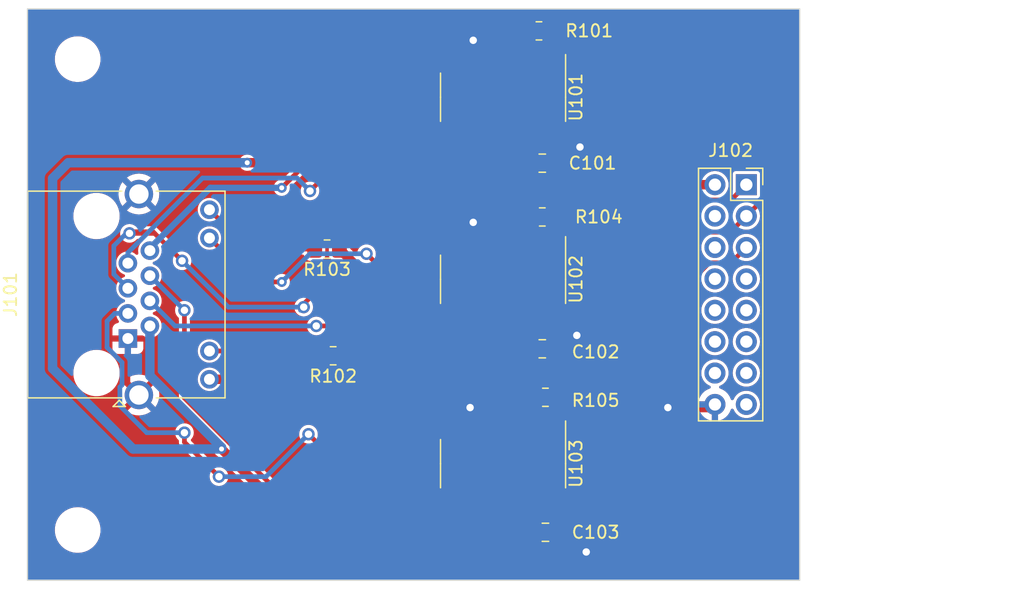
<source format=kicad_pcb>
(kicad_pcb (version 20221018) (generator pcbnew)
  (layers (0 "F.Cu" signal) (31 "B.Cu" signal) (34 "B.Paste" user) (35 "F.Paste" user) (36 "B.SilkS" user "B.Silkscreen") (37 "F.SilkS" user "F.Silkscreen") (38 "B.Mask" user) (39 "F.Mask" user) (44 "Edge.Cuts" user))
  (net 0 "")
  (net 1 "+5V")
  (net 2 "GND")
  (net 3 "i+")
  (net 4 "b+")
  (net 5 "b-")
  (net 6 "i-")
  (net 7 "a+")
  (net 8 "a-")
  (net 9 "Net-(J101-Pad10)")
  (net 10 "Net-(J101-Pad12)")
  (net 11 "B")
  (net 12 "A")
  (net 14 "I")
  (net 16 "test")
  (net 17 "csn")
  (net 19 "clk")
  (net 20 "W")
  (net 21 "mosi")
  (net 22 "v")
  (net 23 "miso")
  (net 24 "u")
  (net 25 "Net-(U101-DE)")
  (net 26 "Net-(U102-DE)")
  (net 27 "Net-(U103-DE)")
  (footprint "Package_SO:SO-16_3.9x9.9mm_P1.27mm" (layer "F.Cu") (at 180.467 49.819 -90)
    (fp_text reference "U101" (at 0 -5.9 90) (layer "F.SilkS"))
    (fp_text value "MAX489E")
    (fp_line (start 0 -5.06) (end -3.45 -5.06) (stroke (width 0.12)) (layer "F.SilkS"))
    (fp_line (start 0 -5.06) (end 1.95 -5.06) (stroke (width 0.12)) (layer "F.SilkS"))
    (fp_line (start 0 5.06) (end -1.95 5.06) (stroke (width 0.12)) (layer "F.SilkS"))
    (fp_line (start 0 5.06) (end 1.95 5.06) (stroke (width 0.12)) (layer "F.SilkS"))
    (pad "1" smd roundrect (at -2.575 -4.445 270) (size 1.75 0.6) (layers "F.Cu" "F.Paste" "F.Mask"))
    (pad "2" smd roundrect (at -2.575 -3.175 270) (size 1.75 0.6) (layers "F.Cu" "F.Paste" "F.Mask"))
    (pad "3" smd roundrect (at -2.575 -1.905 270) (size 1.75 0.6) (layers "F.Cu" "F.Paste" "F.Mask") (net 25 "Net-(U101-DE)"))
    (pad "4" smd roundrect (at -2.575 -0.635 270) (size 1.75 0.6) (layers "F.Cu" "F.Paste" "F.Mask") (net 25 "Net-(U101-DE)"))
    (pad "5" smd roundrect (at -2.575 0.635 270) (size 1.75 0.6) (layers "F.Cu" "F.Paste" "F.Mask") (net 12 "A"))
    (pad "6" smd roundrect (at -2.575 1.905 270) (size 1.75 0.6) (layers "F.Cu" "F.Paste" "F.Mask") (net 2 "GND"))
    (pad "7" smd roundrect (at -2.575 3.175 270) (size 1.75 0.6) (layers "F.Cu" "F.Paste" "F.Mask") (net 2 "GND"))
    (pad "8" smd roundrect (at -2.575 4.445 270) (size 1.75 0.6) (layers "F.Cu" "F.Paste" "F.Mask"))
    (pad "9" smd roundrect (at 2.575 4.445 270) (size 1.75 0.6) (layers "F.Cu" "F.Paste" "F.Mask") (net 7 "a+"))
    (pad "10" smd roundrect (at 2.575 3.175 270) (size 1.75 0.6) (layers "F.Cu" "F.Paste" "F.Mask") (net 8 "a-"))
    (pad "11" smd roundrect (at 2.575 1.905 270) (size 1.75 0.6) (layers "F.Cu" "F.Paste" "F.Mask"))
    (pad "12" smd roundrect (at 2.575 0.635 270) (size 1.75 0.6) (layers "F.Cu" "F.Paste" "F.Mask"))
    (pad "13" smd roundrect (at 2.575 -0.635 270) (size 1.75 0.6) (layers "F.Cu" "F.Paste" "F.Mask"))
    (pad "14" smd roundrect (at 2.575 -1.905 270) (size 1.75 0.6) (layers "F.Cu" "F.Paste" "F.Mask") (net 1 "+5V"))
    (pad "15" smd roundrect (at 2.575 -3.175 270) (size 1.75 0.6) (layers "F.Cu" "F.Paste" "F.Mask"))
    (pad "16" smd roundrect (at 2.575 -4.445 270) (size 1.75 0.6) (layers "F.Cu" "F.Paste" "F.Mask"))
  )
  (footprint "Connector_RJ:RJ45_Amphenol_RJHSE538X" (layer "F.Cu") (at 150.112 69.342 90)
    (fp_text reference "J101" (at 3.56 -9.5 90) (layer "F.SilkS"))
    (fp_text value "RJ45_LED_Shielded")
    (fp_line (start -5.5 -1.2) (end -5 -0.7) (stroke (width 0.12)) (layer "F.SilkS"))
    (fp_line (start -5.5 -0.2) (end -5.5 -1.2) (stroke (width 0.12)) (layer "F.SilkS"))
    (fp_line (start -5 -0.7) (end -5.5 -0.2) (stroke (width 0.12)) (layer "F.SilkS"))
    (fp_line (start -4.805 -8.11) (end -4.805 -0.5) (stroke (width 0.12)) (layer "F.SilkS"))
    (fp_line (start -4.805 -8.11) (end 11.925 -8.11) (stroke (width 0.12)) (layer "F.SilkS"))
    (fp_line (start -4.805 7.86) (end -4.805 2.3) (stroke (width 0.12)) (layer "F.SilkS"))
    (fp_line (start -4.805 7.86) (end 11.925 7.86) (stroke (width 0.12)) (layer "F.SilkS"))
    (fp_line (start 11.925 -8.11) (end 11.925 -0.5) (stroke (width 0.12)) (layer "F.SilkS"))
    (fp_line (start 11.925 7.86) (end 11.925 2.3) (stroke (width 0.12)) (layer "F.SilkS"))
    (pad "" np_thru_hole circle (at -2.79 -2.54 90) (size 3.25 3.25) (drill 3.25) (layers "*.Cu" "*.Mask"))
    (pad "" np_thru_hole circle (at 9.91 -2.54 90) (size 3.25 3.25) (drill 3.25) (layers "*.Cu" "*.Mask"))
    (pad "1" thru_hole rect (at 0 0 90) (size 1.5 1.5) (drill 0.89) (layers "*.Cu" "*.Mask") (net 2 "GND"))
    (pad "2" thru_hole circle (at 1.016 1.78 90) (size 1.5 1.5) (drill 0.89) (layers "*.Cu" "*.Mask") (net 1 "+5V"))
    (pad "3" thru_hole circle (at 2.032 0 90) (size 1.5 1.5) (drill 0.89) (layers "*.Cu" "*.Mask") (net 3 "i+"))
    (pad "4" thru_hole circle (at 3.048 1.78 90) (size 1.5 1.5) (drill 0.89) (layers "*.Cu" "*.Mask") (net 4 "b+"))
    (pad "5" thru_hole circle (at 4.064 0 90) (size 1.5 1.5) (drill 0.89) (layers "*.Cu" "*.Mask") (net 5 "b-"))
    (pad "6" thru_hole circle (at 5.08 1.78 90) (size 1.5 1.5) (drill 0.89) (layers "*.Cu" "*.Mask") (net 6 "i-"))
    (pad "7" thru_hole circle (at 6.096 0 90) (size 1.5 1.5) (drill 0.89) (layers "*.Cu" "*.Mask") (net 7 "a+"))
    (pad "8" thru_hole circle (at 7.112 1.78 90) (size 1.5 1.5) (drill 0.89) (layers "*.Cu" "*.Mask") (net 8 "a-"))
    (pad "9" thru_hole circle (at -3.3 6.6 90) (size 1.5 1.5) (drill 0.89) (layers "*.Cu" "*.Mask") (net 14 "I"))
    (pad "10" thru_hole circle (at -1.01 6.6 90) (size 1.5 1.5) (drill 0.89) (layers "*.Cu" "*.Mask") (net 9 "Net-(J101-Pad10)"))
    (pad "11" thru_hole circle (at 8.13 6.6 90) (size 1.5 1.5) (drill 0.89) (layers "*.Cu" "*.Mask") (net 12 "A"))
    (pad "12" thru_hole circle (at 10.42 6.6 90) (size 1.5 1.5) (drill 0.89) (layers "*.Cu" "*.Mask") (net 10 "Net-(J101-Pad12)"))
    (pad "SH" thru_hole circle (at -4.57 0.89 90) (size 2.3 2.3) (drill 1.57) (layers "*.Cu" "*.Mask") (net 2 "GND"))
    (pad "SH" thru_hole circle (at 11.69 0.89 90) (size 2.3 2.3) (drill 1.57) (layers "*.Cu" "*.Mask") (net 2 "GND"))
  )
  (footprint "Capacitor_SMD:C_0805_2012Metric_Pad1.18x1.45mm_HandSolder" (layer "F.Cu") (at 183.642 70.174)
    (fp_text reference "C102" (at 4.318 0.254) (layer "F.SilkS"))
    (fp_text value "100nf")
    (fp_line (start -0.261252 -0.735) (end 0.261252 -0.735) (stroke (width 0.12)) (layer "F.SilkS"))
    (fp_line (start -0.261252 0.735) (end 0.261252 0.735) (stroke (width 0.12)) (layer "F.SilkS"))
    (pad "1" smd roundrect (at -1.0375 0) (size 1.175 1.45) (layers "F.Cu" "F.Paste" "F.Mask") (roundrect_rratio 0.212766) (net 1 "+5V"))
    (pad "2" smd roundrect (at 1.0375 0) (size 1.175 1.45) (layers "F.Cu" "F.Paste" "F.Mask") (roundrect_rratio 0.212766) (net 2 "GND"))
  )
  (footprint "Resistor_SMD:R_0805_2012Metric_Pad1.20x1.40mm_HandSolder" (layer "F.Cu") (at 166.228 62.103 180)
    (fp_text reference "R103" (at 0 -1.65) (layer "F.SilkS"))
    (fp_text value "10k")
    (fp_line (start -0.227064 -0.735) (end 0.227064 -0.735) (stroke (width 0.12)) (layer "F.SilkS"))
    (fp_line (start -0.227064 0.735) (end 0.227064 0.735) (stroke (width 0.12)) (layer "F.SilkS"))
    (pad "1" smd roundrect (at -1 0 180) (size 1.2 1.4) (layers "F.Cu" "F.Paste" "F.Mask") (roundrect_rratio 0.208333) (net 1 "+5V"))
    (pad "2" smd roundrect (at 1 0 180) (size 1.2 1.4) (layers "F.Cu" "F.Paste" "F.Mask") (roundrect_rratio 0.208333) (net 10 "Net-(J101-Pad12)"))
  )
  (footprint "Resistor_SMD:R_0805_2012Metric_Pad1.20x1.40mm_HandSolder" (layer "F.Cu") (at 166.72 70.739 180)
    (fp_text reference "R102" (at 0 -1.65) (layer "F.SilkS"))
    (fp_text value "10k")
    (fp_line (start -0.227064 -0.735) (end 0.227064 -0.735) (stroke (width 0.12)) (layer "F.SilkS"))
    (fp_line (start -0.227064 0.735) (end 0.227064 0.735) (stroke (width 0.12)) (layer "F.SilkS"))
    (pad "1" smd roundrect (at -1 0 180) (size 1.2 1.4) (layers "F.Cu" "F.Paste" "F.Mask") (roundrect_rratio 0.208333) (net 1 "+5V"))
    (pad "2" smd roundrect (at 1 0 180) (size 1.2 1.4) (layers "F.Cu" "F.Paste" "F.Mask") (roundrect_rratio 0.208333) (net 9 "Net-(J101-Pad10)"))
  )
  (footprint "MountingHole:MountingHole_3.2mm_M3" (layer "F.Cu") (at 146.05 46.736)
    (fp_text reference "REF**" hide)
    (fp_text value "MountingHole_3.2mm_M3" hide)
    (pad "" np_thru_hole circle (at 0 0) (size 3.2 3.2) (drill 3.2) (layers "*.Cu" "*.Mask"))
  )
  (footprint "Resistor_SMD:R_0805_2012Metric_Pad1.20x1.40mm_HandSolder" (layer "F.Cu") (at 183.896 74.098 180)
    (fp_text reference "R105" (at -4.064 -0.254) (layer "F.SilkS"))
    (fp_text value "100")
    (fp_line (start -0.227064 -0.735) (end 0.227064 -0.735) (stroke (width 0.12)) (layer "F.SilkS"))
    (fp_line (start -0.227064 0.735) (end 0.227064 0.735) (stroke (width 0.12)) (layer "F.SilkS"))
    (pad "1" smd roundrect (at -1 0 180) (size 1.2 1.4) (layers "F.Cu" "F.Paste" "F.Mask") (roundrect_rratio 0.208333) (net 1 "+5V"))
    (pad "2" smd roundrect (at 1 0 180) (size 1.2 1.4) (layers "F.Cu" "F.Paste" "F.Mask") (roundrect_rratio 0.208333) (net 27 "Net-(U103-DE)"))
  )
  (footprint "Package_SO:SO-16_3.9x9.9mm_P1.27mm" (layer "F.Cu") (at 180.467 79.467 -90)
    (fp_text reference "U103" (at 0 -5.9 90) (layer "F.SilkS"))
    (fp_text value "MAX489E")
    (fp_line (start 0 -5.06) (end -3.45 -5.06) (stroke (width 0.12)) (layer "F.SilkS"))
    (fp_line (start 0 -5.06) (end 1.95 -5.06) (stroke (width 0.12)) (layer "F.SilkS"))
    (fp_line (start 0 5.06) (end -1.95 5.06) (stroke (width 0.12)) (layer "F.SilkS"))
    (fp_line (start 0 5.06) (end 1.95 5.06) (stroke (width 0.12)) (layer "F.SilkS"))
    (pad "1" smd roundrect (at -2.575 -4.445 270) (size 1.75 0.6) (layers "F.Cu" "F.Paste" "F.Mask"))
    (pad "2" smd roundrect (at -2.575 -3.175 270) (size 1.75 0.6) (layers "F.Cu" "F.Paste" "F.Mask"))
    (pad "3" smd roundrect (at -2.575 -1.905 270) (size 1.75 0.6) (layers "F.Cu" "F.Paste" "F.Mask") (net 27 "Net-(U103-DE)"))
    (pad "4" smd roundrect (at -2.575 -0.635 270) (size 1.75 0.6) (layers "F.Cu" "F.Paste" "F.Mask") (net 27 "Net-(U103-DE)"))
    (pad "5" smd roundrect (at -2.575 0.635 270) (size 1.75 0.6) (layers "F.Cu" "F.Paste" "F.Mask") (net 14 "I"))
    (pad "6" smd roundrect (at -2.575 1.905 270) (size 1.75 0.6) (layers "F.Cu" "F.Paste" "F.Mask") (net 2 "GND"))
    (pad "7" smd roundrect (at -2.575 3.175 270) (size 1.75 0.6) (layers "F.Cu" "F.Paste" "F.Mask") (net 2 "GND"))
    (pad "8" smd roundrect (at -2.575 4.445 270) (size 1.75 0.6) (layers "F.Cu" "F.Paste" "F.Mask"))
    (pad "9" smd roundrect (at 2.575 4.445 270) (size 1.75 0.6) (layers "F.Cu" "F.Paste" "F.Mask") (net 3 "i+"))
    (pad "10" smd roundrect (at 2.575 3.175 270) (size 1.75 0.6) (layers "F.Cu" "F.Paste" "F.Mask") (net 6 "i-"))
    (pad "11" smd roundrect (at 2.575 1.905 270) (size 1.75 0.6) (layers "F.Cu" "F.Paste" "F.Mask"))
    (pad "12" smd roundrect (at 2.575 0.635 270) (size 1.75 0.6) (layers "F.Cu" "F.Paste" "F.Mask"))
    (pad "13" smd roundrect (at 2.575 -0.635 270) (size 1.75 0.6) (layers "F.Cu" "F.Paste" "F.Mask"))
    (pad "14" smd roundrect (at 2.575 -1.905 270) (size 1.75 0.6) (layers "F.Cu" "F.Paste" "F.Mask") (net 1 "+5V"))
    (pad "15" smd roundrect (at 2.575 -3.175 270) (size 1.75 0.6) (layers "F.Cu" "F.Paste" "F.Mask"))
    (pad "16" smd roundrect (at 2.575 -4.445 270) (size 1.75 0.6) (layers "F.Cu" "F.Paste" "F.Mask"))
  )
  (footprint "MountingHole:MountingHole_3.2mm_M3" (layer "F.Cu") (at 146.05 84.836)
    (fp_text reference "REF**" hide)
    (fp_text value "MountingHole_3.2mm_M3" hide)
    (pad "" np_thru_hole circle (at 0 0) (size 3.2 3.2) (drill 3.2) (layers "*.Cu" "*.Mask"))
  )
  (footprint "Package_SO:SO-16_3.9x9.9mm_P1.27mm" (layer "F.Cu") (at 180.467 64.551 -90)
    (fp_text reference "U102" (at 0 -5.9 90) (layer "F.SilkS"))
    (fp_text value "MAX489E")
    (fp_line (start 0 -5.06) (end -3.45 -5.06) (stroke (width 0.12)) (layer "F.SilkS"))
    (fp_line (start 0 -5.06) (end 1.95 -5.06) (stroke (width 0.12)) (layer "F.SilkS"))
    (fp_line (start 0 5.06) (end -1.95 5.06) (stroke (width 0.12)) (layer "F.SilkS"))
    (fp_line (start 0 5.06) (end 1.95 5.06) (stroke (width 0.12)) (layer "F.SilkS"))
    (pad "1" smd roundrect (at -2.575 -4.445 270) (size 1.75 0.6) (layers "F.Cu" "F.Paste" "F.Mask"))
    (pad "2" smd roundrect (at -2.575 -3.175 270) (size 1.75 0.6) (layers "F.Cu" "F.Paste" "F.Mask"))
    (pad "3" smd roundrect (at -2.575 -1.905 270) (size 1.75 0.6) (layers "F.Cu" "F.Paste" "F.Mask") (net 26 "Net-(U102-DE)"))
    (pad "4" smd roundrect (at -2.575 -0.635 270) (size 1.75 0.6) (layers "F.Cu" "F.Paste" "F.Mask") (net 26 "Net-(U102-DE)"))
    (pad "5" smd roundrect (at -2.575 0.635 270) (size 1.75 0.6) (layers "F.Cu" "F.Paste" "F.Mask") (net 11 "B"))
    (pad "6" smd roundrect (at -2.575 1.905 270) (size 1.75 0.6) (layers "F.Cu" "F.Paste" "F.Mask") (net 2 "GND"))
    (pad "7" smd roundrect (at -2.575 3.175 270) (size 1.75 0.6) (layers "F.Cu" "F.Paste" "F.Mask") (net 2 "GND"))
    (pad "8" smd roundrect (at -2.575 4.445 270) (size 1.75 0.6) (layers "F.Cu" "F.Paste" "F.Mask"))
    (pad "9" smd roundrect (at 2.575 4.445 270) (size 1.75 0.6) (layers "F.Cu" "F.Paste" "F.Mask") (net 4 "b+"))
    (pad "10" smd roundrect (at 2.575 3.175 270) (size 1.75 0.6) (layers "F.Cu" "F.Paste" "F.Mask") (net 5 "b-"))
    (pad "11" smd roundrect (at 2.575 1.905 270) (size 1.75 0.6) (layers "F.Cu" "F.Paste" "F.Mask"))
    (pad "12" smd roundrect (at 2.575 0.635 270) (size 1.75 0.6) (layers "F.Cu" "F.Paste" "F.Mask"))
    (pad "13" smd roundrect (at 2.575 -0.635 270) (size 1.75 0.6) (layers "F.Cu" "F.Paste" "F.Mask"))
    (pad "14" smd roundrect (at 2.575 -1.905 270) (size 1.75 0.6) (layers "F.Cu" "F.Paste" "F.Mask") (net 1 "+5V"))
    (pad "15" smd roundrect (at 2.575 -3.175 270) (size 1.75 0.6) (layers "F.Cu" "F.Paste" "F.Mask"))
    (pad "16" smd roundrect (at 2.575 -4.445 270) (size 1.75 0.6) (layers "F.Cu" "F.Paste" "F.Mask"))
  )
  (footprint "Resistor_SMD:R_0805_2012Metric_Pad1.20x1.40mm_HandSolder" (layer "F.Cu") (at 183.642 59.506 180)
    (fp_text reference "R104" (at -4.572 0) (layer "F.SilkS"))
    (fp_text value "100")
    (fp_line (start -0.227064 -0.735) (end 0.227064 -0.735) (stroke (width 0.12)) (layer "F.SilkS"))
    (fp_line (start -0.227064 0.735) (end 0.227064 0.735) (stroke (width 0.12)) (layer "F.SilkS"))
    (pad "1" smd roundrect (at -1 0 180) (size 1.2 1.4) (layers "F.Cu" "F.Paste" "F.Mask") (roundrect_rratio 0.208333) (net 1 "+5V"))
    (pad "2" smd roundrect (at 1 0 180) (size 1.2 1.4) (layers "F.Cu" "F.Paste" "F.Mask") (roundrect_rratio 0.208333) (net 26 "Net-(U102-DE)"))
  )
  (footprint "Capacitor_SMD:C_0805_2012Metric_Pad1.18x1.45mm_HandSolder" (layer "F.Cu") (at 183.896 85.02)
    (fp_text reference "C103" (at 4.064 0) (layer "F.SilkS"))
    (fp_text value "100nf")
    (fp_line (start -0.261252 -0.735) (end 0.261252 -0.735) (stroke (width 0.12)) (layer "F.SilkS"))
    (fp_line (start -0.261252 0.735) (end 0.261252 0.735) (stroke (width 0.12)) (layer "F.SilkS"))
    (pad "1" smd roundrect (at -1.0375 0) (size 1.175 1.45) (layers "F.Cu" "F.Paste" "F.Mask") (roundrect_rratio 0.212766) (net 1 "+5V"))
    (pad "2" smd roundrect (at 1.0375 0) (size 1.175 1.45) (layers "F.Cu" "F.Paste" "F.Mask") (roundrect_rratio 0.212766) (net 2 "GND"))
  )
  (footprint "Resistor_SMD:R_0805_2012Metric_Pad1.20x1.40mm_HandSolder" (layer "F.Cu") (at 183.372 44.45 180)
    (fp_text reference "R101" (at -4.064 0) (layer "F.SilkS"))
    (fp_text value "100")
    (fp_line (start -0.227064 -0.735) (end 0.227064 -0.735) (stroke (width 0.12)) (layer "F.SilkS"))
    (fp_line (start -0.227064 0.735) (end 0.227064 0.735) (stroke (width 0.12)) (layer "F.SilkS"))
    (pad "1" smd roundrect (at -1 0 180) (size 1.2 1.4) (layers "F.Cu" "F.Paste" "F.Mask") (roundrect_rratio 0.208333) (net 1 "+5V"))
    (pad "2" smd roundrect (at 1 0 180) (size 1.2 1.4) (layers "F.Cu" "F.Paste" "F.Mask") (roundrect_rratio 0.208333) (net 25 "Net-(U101-DE)"))
  )
  (footprint "Connector_PinSocket_2.54mm:PinSocket_2x08_P2.54mm_Vertical" (layer "F.Cu") (at 200.152 56.896)
    (fp_text reference "J102" (at -1.27 -2.77) (layer "F.SilkS"))
    (fp_text value "Conn_02x08_Odd_Even")
    (fp_line (start -3.87 -1.33) (end -3.87 19.11) (stroke (width 0.12)) (layer "F.SilkS"))
    (fp_line (start -3.87 -1.33) (end -1.27 -1.33) (stroke (width 0.12)) (layer "F.SilkS"))
    (fp_line (start -3.87 19.11) (end 1.33 19.11) (stroke (width 0.12)) (layer "F.SilkS"))
    (fp_line (start -1.27 -1.33) (end -1.27 1.27) (stroke (width 0.12)) (layer "F.SilkS"))
    (fp_line (start -1.27 1.27) (end 1.33 1.27) (stroke (width 0.12)) (layer "F.SilkS"))
    (fp_line (start 0 -1.33) (end 1.33 -1.33) (stroke (width 0.12)) (layer "F.SilkS"))
    (fp_line (start 1.33 -1.33) (end 1.33 0) (stroke (width 0.12)) (layer "F.SilkS"))
    (fp_line (start 1.33 1.27) (end 1.33 19.11) (stroke (width 0.12)) (layer "F.SilkS"))
    (pad "1" thru_hole rect (at 0 0) (size 1.7 1.7) (drill 1) (layers "*.Cu" "*.Mask") (net 11 "B"))
    (pad "2" thru_hole oval (at -2.54 0) (size 1.7 1.7) (drill 1) (layers "*.Cu" "*.Mask") (net 1 "+5V"))
    (pad "3" thru_hole oval (at 0 2.54) (size 1.7 1.7) (drill 1) (layers "*.Cu" "*.Mask") (net 12 "A"))
    (pad "4" thru_hole oval (at -2.54 2.54) (size 1.7 1.7) (drill 1) (layers "*.Cu" "*.Mask"))
    (pad "5" thru_hole oval (at 0 5.08) (size 1.7 1.7) (drill 1) (layers "*.Cu" "*.Mask") (net 14 "I"))
    (pad "6" thru_hole oval (at -2.54 5.08) (size 1.7 1.7) (drill 1) (layers "*.Cu" "*.Mask"))
    (pad "7" thru_hole oval (at 0 7.62) (size 1.7 1.7) (drill 1) (layers "*.Cu" "*.Mask") (net 16 "test"))
    (pad "8" thru_hole oval (at -2.54 7.62) (size 1.7 1.7) (drill 1) (layers "*.Cu" "*.Mask") (net 17 "csn"))
    (pad "9" thru_hole oval (at 0 10.16) (size 1.7 1.7) (drill 1) (layers "*.Cu" "*.Mask"))
    (pad "10" thru_hole oval (at -2.54 10.16) (size 1.7 1.7) (drill 1) (layers "*.Cu" "*.Mask") (net 19 "clk"))
    (pad "11" thru_hole oval (at 0 12.7) (size 1.7 1.7) (drill 1) (layers "*.Cu" "*.Mask") (net 20 "W"))
    (pad "12" thru_hole oval (at -2.54 12.7) (size 1.7 1.7) (drill 1) (layers "*.Cu" "*.Mask") (net 21 "mosi"))
    (pad "13" thru_hole oval (at 0 15.24) (size 1.7 1.7) (drill 1) (layers "*.Cu" "*.Mask") (net 22 "v"))
    (pad "14" thru_hole oval (at -2.54 15.24) (size 1.7 1.7) (drill 1) (layers "*.Cu" "*.Mask") (net 23 "miso"))
    (pad "15" thru_hole oval (at 0 17.78) (size 1.7 1.7) (drill 1) (layers "*.Cu" "*.Mask") (net 24 "u"))
    (pad "16" thru_hole oval (at -2.54 17.78) (size 1.7 1.7) (drill 1) (layers "*.Cu" "*.Mask") (net 2 "GND"))
  )
  (footprint "Capacitor_SMD:C_0805_2012Metric_Pad1.18x1.45mm_HandSolder" (layer "F.Cu") (at 183.642 55.153)
    (fp_text reference "C101" (at 4.064 0) (layer "F.SilkS"))
    (fp_text value "100nf")
    (fp_line (start -0.261252 -0.735) (end 0.261252 -0.735) (stroke (width 0.12)) (layer "F.SilkS"))
    (fp_line (start -0.261252 0.735) (end 0.261252 0.735) (stroke (width 0.12)) (layer "F.SilkS"))
    (pad "1" smd roundrect (at -1.0375 0) (size 1.175 1.45) (layers "F.Cu" "F.Paste" "F.Mask") (roundrect_rratio 0.212766) (net 1 "+5V"))
    (pad "2" smd roundrect (at 1.0375 0) (size 1.175 1.45) (layers "F.Cu" "F.Paste" "F.Mask") (roundrect_rratio 0.212766) (net 2 "GND"))
  )
  (gr_rect (start 141.986 42.672) (end 204.47 88.9) (stroke (width 0.1)) (fill none) (layer "Edge.Cuts"))
  (segment (start 176.341566 64.2525) (end 169.3775 64.2525) (width 0.762) (layer "F.Cu") (net 1))
  (segment (start 172.466 50.357) (end 172.466 48.89121) (width 0.762) (layer "F.Cu") (net 1))
  (segment (start 180.97379 50.357) (end 182.372 51.75521) (width 0.762) (layer "F.Cu") (net 1))
  (segment (start 182.8585 85.02) (end 182.372 84.5335) (width 0.762) (layer "F.Cu") (net 1))
  (segment (start 169.3775 64.2525) (end 167.228 62.103) (width 0.762) (layer "F.Cu") (net 1))
  (segment (start 182.6045 52.6265) (end 182.372 52.394) (width 0.762) (layer "F.Cu") (net 1))
  (segment (start 184.896 74.098) (end 184.896 72.4655) (width 0.508) (layer "F.Cu") (net 1))
  (segment (start 183.091 43.169) (end 184.372 44.45) (width 0.762) (layer "F.Cu") (net 1))
  (segment (start 164.719 51.689) (end 166.051 50.357) (width 0.762) (layer "F.Cu") (net 1))
  (segment (start 182.6045 55.153) (end 180.813 55.153) (width 0.762) (layer "F.Cu") (net 1))
  (segment (start 168.656 57.912) (end 167.228 59.34) (width 0.762) (layer "F.Cu") (net 1))
  (segment (start 184.642 59.506) (end 184.642 57.1905) (width 0.762) (layer "F.Cu") (net 1))
  (segment (start 181.55479 65.67) (end 177.916 65.67) (width 0.762) (layer "F.Cu") (net 1))
  (segment (start 166.051 50.357) (end 172.466 50.357) (width 0.762) (layer "F.Cu") (net 1))
  (segment (start 177.837533 65.748467) (end 176.341566 64.2525) (width 0.762) (layer "F.Cu") (net 1))
  (segment (start 177.916 65.67) (end 177.837533 65.748467) (width 0.762) (layer "F.Cu") (net 1))
  (segment (start 178.054 57.912) (end 168.656 57.912) (width 0.762) (layer "F.Cu") (net 1))
  (segment (start 172.466 48.89121) (end 178.18821 43.169) (width 0.762) (layer "F.Cu") (net 1))
  (segment (start 182.372 66.48721) (end 181.55479 65.67) (width 0.762) (layer "F.Cu") (net 1))
  (segment (start 184.896 72.4655) (end 182.6045 70.174) (width 0.508) (layer "F.Cu") (net 1))
  (segment (start 182.372 67.126) (end 182.372 69.9415) (width 0.508) (layer "F.Cu") (net 1))
  (segment (start 164.429271 85.02) (end 182.8585 85.02) (width 0.762) (layer "F.Cu") (net 1))
  (segment (start 182.372 67.126) (end 182.372 66.48721) (width 0.762) (layer "F.Cu") (net 1))
  (segment (start 183.99475 56.54325) (end 184.3475 56.896) (width 0.762) (layer "F.Cu") (net 1))
  (segment (start 184.3475 56.896) (end 197.612 56.896) (width 0.762) (layer "F.Cu") (net 1))
  (segment (start 182.6045 55.153) (end 182.6045 55.5505) (width 0.762) (layer "F.Cu") (net 1))
  (segment (start 157.690441 78.28117) (end 164.429271 85.02) (width 0.762) (layer "F.Cu") (net 1))
  (segment (start 184.642 57.1905) (end 183.99475 56.54325) (width 0.762) (layer "F.Cu") (net 1))
  (segment (start 182.372 51.75521) (end 182.372 52.394) (width 0.762) (layer "F.Cu") (net 1))
  (segment (start 182.0395 70.739) (end 167.72 70.739) (width 0.508) (layer "F.Cu") (net 1))
  (segment (start 182.372 84.5335) (end 182.372 82.042) (width 0.762) (layer "F.Cu") (net 1))
  (segment (start 161.29 55.118) (end 164.719 51.689) (width 0.762) (layer "F.Cu") (net 1))
  (segment (start 180.813 55.153) (end 178.054 57.912) (width 0.762) (layer "F.Cu") (net 1))
  (segment (start 182.6045 55.153) (end 183.99475 56.54325) (width 0.762) (layer "F.Cu") (net 1))
  (segment (start 167.228 59.34) (end 167.228 62.103) (width 0.762) (layer "F.Cu") (net 1))
  (segment (start 182.6045 55.153) (end 182.6045 52.6265) (width 0.762) (layer "F.Cu") (net 1))
  (segment (start 161.29 55.118) (end 159.766 55.118) (width 0.762) (layer "F.Cu") (net 1))
  (segment (start 178.18821 43.169) (end 183.091 43.169) (width 0.762) (layer "F.Cu") (net 1))
  (segment (start 182.372 69.9415) (end 182.6045 70.174) (width 0.508) (layer "F.Cu") (net 1))
  (segment (start 182.6045 70.174) (end 182.0395 70.739) (width 0.508) (layer "F.Cu") (net 1))
  (segment (start 172.466 50.357) (end 180.97379 50.357) (width 0.762) (layer "F.Cu") (net 1))
  (via (at 159.766 55.118) (size 0.8) (drill 0.4) (layers "F.Cu" "B.Cu") (net 1))
  (via (at 157.690441 78.28117) (size 0.8) (drill 0.4) (layers "F.Cu" "B.Cu") (net 1))
  (segment (start 150.530704 78.28117) (end 157.690441 78.28117) (width 0.762) (layer "B.Cu") (net 1))
  (segment (start 144.018 71.768466) (end 150.530704 78.28117) (width 0.762) (layer "B.Cu") (net 1))
  (segment (start 144.018 56.388) (end 144.018 71.768466) (width 0.762) (layer "B.Cu") (net 1))
  (segment (start 157.690441 78.152437) (end 151.892 72.353996) (width 0.762) (layer "B.Cu") (net 1))
  (segment (start 151.892 72.353996) (end 151.892 68.326) (width 0.762) (layer "B.Cu") (net 1))
  (segment (start 157.690441 78.28117) (end 157.690441 78.152437) (width 0.762) (layer "B.Cu") (net 1))
  (segment (start 145.288 55.118) (end 144.018 56.388) (width 0.762) (layer "B.Cu") (net 1))
  (segment (start 159.766 55.118) (end 145.288 55.118) (width 0.762) (layer "B.Cu") (net 1))
  (segment (start 177.292 76.892) (end 177.292 75.438) (width 0.762) (layer "F.Cu") (net 2))
  (segment (start 178.562 76.892) (end 177.292 76.892) (width 0.762) (layer "F.Cu") (net 2))
  (segment (start 186.5275 86.614) (end 184.9335 85.02) (width 0.762) (layer "F.Cu") (net 2))
  (segment (start 150.112 73.022) (end 151.002 73.912) (width 0.381) (layer "F.Cu") (net 2))
  (segment (start 184.6795 55.153) (end 185.385 55.153) (width 0.762) (layer "F.Cu") (net 2))
  (segment (start 177.292 75.438) (end 177.8 74.93) (width 0.762) (layer "F.Cu") (net 2))
  (segment (start 184.6795 70.174) (end 185.35 70.174) (width 0.762) (layer "F.Cu") (net 2))
  (segment (start 187.198 86.614) (end 186.5275 86.614) (width 0.762) (layer "F.Cu") (net 2))
  (segment (start 178.562 61.976) (end 177.292 61.976) (width 0.762) (layer "F.Cu") (net 2))
  (segment (start 177.8 45.466) (end 178.054 45.212) (width 0.762) (layer "F.Cu") (net 2))
  (segment (start 193.802 74.93) (end 197.358 74.93) (width 0.762) (layer "F.Cu") (net 2))
  (segment (start 178.562 47.244) (end 177.8 47.244) (width 0.762) (layer "F.Cu") (net 2))
  (segment (start 177.8 47.244) (end 177.8 45.466) (width 0.762) (layer "F.Cu") (net 2))
  (segment (start 185.35 70.174) (end 186.436 69.088) (width 0.762) (layer "F.Cu") (net 2))
  (segment (start 177.8 47.244) (end 177.292 47.244) (width 0.762) (layer "F.Cu") (net 2))
  (segment (start 178.054 59.944) (end 178.054 61.468) (width 0.762) (layer "F.Cu") (net 2))
  (segment (start 150.112 69.342) (end 150.112 73.022) (width 0.381) (layer "F.Cu") (net 2))
  (segment (start 178.054 61.468) (end 178.562 61.976) (width 0.762) (layer "F.Cu") (net 2))
  (segment (start 197.358 74.93) (end 197.612 74.676) (width 0.762) (layer "F.Cu") (net 2))
  (segment (start 185.385 55.153) (end 186.69 53.848) (width 0.762) (layer "F.Cu") (net 2))
  (via (at 187.198 86.614) (size 1) (drill 0.6) (layers "F.Cu" "B.Cu") (net 2))
  (via (at 186.69 53.848) (size 1) (drill 0.6) (layers "F.Cu" "B.Cu") (net 2))
  (via (at 193.802 74.93) (size 1) (drill 0.6) (layers "F.Cu" "B.Cu") (net 2))
  (via (at 177.8 74.93) (size 1) (drill 0.6) (layers "F.Cu" "B.Cu") (net 2))
  (via (at 178.054 59.944) (size 1) (drill 0.6) (layers "F.Cu" "B.Cu") (net 2))
  (via (at 178.054 45.212) (size 1) (drill 0.6) (layers "F.Cu" "B.Cu") (net 2))
  (via (at 186.436 69.088) (size 1) (drill 0.6) (layers "F.Cu" "B.Cu") (net 2))
  (segment (start 164.723762 77.084238) (end 169.681525 82.042) (width 0.381) (layer "F.Cu") (net 3))
  (segment (start 154.686 77.724) (end 157.48 80.518) (width 0.381) (layer "F.Cu") (net 3))
  (segment (start 169.681525 82.042) (end 176.022 82.042) (width 0.381) (layer "F.Cu") (net 3))
  (segment (start 154.686 76.962) (end 154.686 77.724) (width 0.381) (layer "F.Cu") (net 3))
  (via (at 157.48 80.518) (size 1) (drill 0.6) (layers "F.Cu" "B.Cu") (net 3))
  (via (at 164.723762 77.084238) (size 1) (drill 0.6) (layers "F.Cu" "B.Cu") (net 3))
  (via (at 154.686 76.962) (size 1) (drill 0.6) (layers "F.Cu" "B.Cu") (net 3))
  (segment (start 150.112 67.31) (end 149.05134 67.31) (width 0.381) (layer "B.Cu") (net 3))
  (segment (start 157.48 80.518) (end 161.29 80.518) (width 0.381) (layer "B.Cu") (net 3))
  (segment (start 149.4615 73.273904) (end 149.4615 74.7855) (width 0.381) (layer "B.Cu") (net 3))
  (segment (start 149.4615 74.7855) (end 151.638 76.962) (width 0.381) (layer "B.Cu") (net 3))
  (segment (start 149.6375 73.097904) (end 149.4615 73.273904) (width 0.381) (layer "B.Cu") (net 3))
  (segment (start 148.427558 67.933782) (end 148.427558 70.0665) (width 0.381) (layer "B.Cu") (net 3))
  (segment (start 151.638 76.962) (end 154.686 76.962) (width 0.381) (layer "B.Cu") (net 3))
  (segment (start 149.6375 71.276442) (end 149.6375 73.097904) (width 0.381) (layer "B.Cu") (net 3))
  (segment (start 148.427558 70.0665) (end 149.6375 71.276442) (width 0.381) (layer "B.Cu") (net 3))
  (segment (start 149.05134 67.31) (end 148.427558 67.933782) (width 0.381) (layer "B.Cu") (net 3))
  (segment (start 161.29 80.518) (end 164.723762 77.084238) (width 0.381) (layer "B.Cu") (net 3))
  (segment (start 165.354 68.326) (end 174.822 68.326) (width 0.381) (layer "F.Cu") (net 4))
  (segment (start 174.822 68.326) (end 176.022 67.126) (width 0.381) (layer "F.Cu") (net 4))
  (via (at 165.354 68.326) (size 1) (drill 0.6) (layers "F.Cu" "B.Cu") (net 4))
  (segment (start 153.924 68.326) (end 165.354 68.326) (width 0.381) (layer "B.Cu") (net 4))
  (segment (start 151.892 66.294) (end 153.924 68.326) (width 0.381) (layer "B.Cu") (net 4))
  (segment (start 164.338 66.548) (end 165.862 65.024) (width 0.381) (layer "F.Cu") (net 5))
  (segment (start 177.292 66.294) (end 177.292 67.126) (width 0.381) (layer "F.Cu") (net 5))
  (segment (start 150.241 60.833) (end 152.273 60.833) (width 0.381) (layer "F.Cu") (net 5))
  (segment (start 176.022 65.024) (end 177.292 66.294) (width 0.381) (layer "F.Cu") (net 5))
  (segment (start 152.146 60.706) (end 154.4955 63.0555) (width 0.381) (layer "F.Cu") (net 5))
  (segment (start 164.338 66.802) (end 164.338 66.548) (width 0.381) (layer "F.Cu") (net 5))
  (segment (start 165.862 65.024) (end 176.022 65.024) (width 0.381) (layer "F.Cu") (net 5))
  (segment (start 150.114 60.706) (end 152.146 60.706) (width 0.381) (layer "F.Cu") (net 5))
  (via (at 154.4955 63.0555) (size 1) (drill 0.6) (layers "F.Cu" "B.Cu") (net 5))
  (via (at 164.338 66.802) (size 1) (drill 0.6) (layers "F.Cu" "B.Cu") (net 5))
  (via (at 150.241 60.833) (size 1) (drill 0.6) (layers "F.Cu" "B.Cu") (net 5))
  (segment (start 148.9715 64.1375) (end 148.9715 61.8485) (width 0.381) (layer "B.Cu") (net 5))
  (segment (start 164.084 67.056) (end 164.338 66.802) (width 0.381) (layer "B.Cu") (net 5))
  (segment (start 158.242 66.802) (end 164.338 66.802) (width 0.381) (layer "B.Cu") (net 5))
  (segment (start 150.112 65.278) (end 148.9715 64.1375) (width 0.381) (layer "B.Cu") (net 5))
  (segment (start 148.9715 61.8485) (end 150.114 60.706) (width 0.381) (layer "B.Cu") (net 5))
  (segment (start 154.4955 63.0555) (end 158.242 66.802) (width 0.381) (layer "B.Cu") (net 5))
  (segment (start 154.686 74.158793) (end 159.766 79.238793) (width 0.381) (layer "F.Cu") (net 6))
  (segment (start 176.391382 83.312) (end 177.292 82.411382) (width 0.381) (layer "F.Cu") (net 6))
  (segment (start 163.83 83.312) (end 176.391382 83.312) (width 0.381) (layer "F.Cu") (net 6))
  (segment (start 159.766 79.238793) (end 159.766 79.248) (width 0.381) (layer "F.Cu") (net 6))
  (segment (start 159.766 79.248) (end 163.83 83.312) (width 0.381) (layer "F.Cu") (net 6))
  (segment (start 177.292 82.411382) (end 177.292 82.042) (width 0.381) (layer "F.Cu") (net 6))
  (segment (start 159.693 79.175) (end 159.766 79.248) (width 0.381) (layer "F.Cu") (net 6))
  (segment (start 154.686 67.056) (end 154.686 74.158793) (width 0.381) (layer "F.Cu") (net 6))
  (via (at 154.686 67.056) (size 1) (drill 0.6) (layers "F.Cu" "B.Cu") (net 6))
  (segment (start 151.892 64.262) (end 154.686 67.056) (width 0.381) (layer "B.Cu") (net 6))
  (segment (start 169.856 52.394) (end 176.022 52.394) (width 0.381) (layer "F.Cu") (net 7))
  (segment (start 164.846 57.404) (end 169.856 52.394) (width 0.381) (layer "F.Cu") (net 7))
  (via (at 164.846 57.404) (size 1) (drill 0.6) (layers "F.Cu" "B.Cu") (net 7))
  (segment (start 150.112 62.397089) (end 156.149589 56.3595) (width 0.381) (layer "B.Cu") (net 7))
  (segment (start 156.149589 56.3595) (end 163.8015 56.3595) (width 0.381) (layer "B.Cu") (net 7))
  (segment (start 163.8015 56.3595) (end 164.846 57.404) (width 0.381) (layer "B.Cu") (net 7))
  (segment (start 150.112 63.246) (end 150.112 62.397089) (width 0.381) (layer "B.Cu") (net 7))
  (segment (start 176.395882 51.1285) (end 177.292 52.024618) (width 0.381) (layer "F.Cu") (net 8))
  (segment (start 177.292 52.024618) (end 177.292 52.394) (width 0.381) (layer "F.Cu") (net 8))
  (segment (start 168.5815 51.1285) (end 176.395882 51.1285) (width 0.381) (layer "F.Cu") (net 8))
  (segment (start 162.56 57.15) (end 168.5815 51.1285) (width 0.381) (layer "F.Cu") (net 8))
  (via (at 162.56 57.15) (size 0.8) (drill 0.4) (layers "F.Cu" "B.Cu") (net 8))
  (segment (start 156.781286 57.15) (end 162.56 57.15) (width 0.508) (layer "B.Cu") (net 8))
  (segment (start 151.892 62.039286) (end 156.781286 57.15) (width 0.508) (layer "B.Cu") (net 8))
  (segment (start 151.892 62.23) (end 151.892 62.039286) (width 0.508) (layer "B.Cu") (net 8))
  (segment (start 165.597 70.616) (end 165.72 70.739) (width 0.381) (layer "F.Cu") (net 9))
  (segment (start 163.068 70.616) (end 165.597 70.616) (width 0.381) (layer "F.Cu") (net 9))
  (segment (start 162.804 70.352) (end 156.712 70.352) (width 0.381) (layer "F.Cu") (net 9))
  (segment (start 162.564 70.616) (end 163.068 70.616) (width 0.381) (layer "F.Cu") (net 9))
  (segment (start 163.068 70.616) (end 162.804 70.352) (width 0.381) (layer "F.Cu") (net 9))
  (segment (start 156.712 58.922) (end 159.893 62.103) (width 0.381) (layer "F.Cu") (net 10))
  (segment (start 165.105 62.226) (end 165.228 62.103) (width 0.381) (layer "F.Cu") (net 10))
  (segment (start 159.893 62.103) (end 165.228 62.103) (width 0.381) (layer "F.Cu") (net 10))
  (segment (start 198.9115 58.1365) (end 193.0695 58.1365) (width 0.381) (layer "F.Cu") (net 11))
  (segment (start 200.152 56.896) (end 198.9115 58.1365) (width 0.381) (layer "F.Cu") (net 11))
  (segment (start 187.452 63.754) (end 179.832 63.754) (width 0.381) (layer "F.Cu") (net 11))
  (segment (start 179.832 63.754) (end 179.832 61.976) (width 0.381) (layer "F.Cu") (net 11))
  (segment (start 193.0695 58.1365) (end 187.452 63.754) (width 0.381) (layer "F.Cu") (net 11))
  (segment (start 187.252 64.8985) (end 178.078632 64.8985) (width 0.381) (layer "F.Cu") (net 12))
  (segment (start 160.266 64.766) (end 162.564 64.766) (width 0.381) (layer "F.Cu") (net 12))
  (segment (start 200.152 59.436) (end 198.8525 60.7355) (width 0.381) (layer "F.Cu") (net 12))
  (segment (start 179.832 47.613382) (end 183.347118 51.1285) (width 0.381) (layer "F.Cu") (net 12))
  (segment (start 197.1785 51.1285) (end 201.93 55.88) (width 0.381) (layer "F.Cu") (net 12))
  (segment (start 179.832 47.613382) (end 179.832 47.244) (width 0.381) (layer "F.Cu") (net 12))
  (segment (start 183.347118 51.1285) (end 197.1785 51.1285) (width 0.381) (layer "F.Cu") (net 12))
  (segment (start 201.93 55.88) (end 201.93 57.658) (width 0.381) (layer "F.Cu") (net 12))
  (segment (start 198.8525 60.7355) (end 191.415 60.7355) (width 0.381) (layer "F.Cu") (net 12))
  (segment (start 178.078632 64.8985) (end 176.426132 63.246) (width 0.381) (layer "F.Cu") (net 12))
  (segment (start 170.18 63.246) (end 169.418 62.484) (width 0.381) (layer "F.Cu") (net 12))
  (segment (start 156.712 61.212) (end 160.266 64.766) (width 0.381) (layer "F.Cu") (net 12))
  (segment (start 191.415 60.7355) (end 187.252 64.8985) (width 0.381) (layer "F.Cu") (net 12))
  (segment (start 176.426132 63.246) (end 170.18 63.246) (width 0.381) (layer "F.Cu") (net 12))
  (segment (start 201.93 57.658) (end 200.152 59.436) (width 0.381) (layer "F.Cu") (net 12))
  (via (at 169.418 62.484) (size 1) (drill 0.6) (layers "F.Cu" "B.Cu") (net 12))
  (via (at 162.564 64.766) (size 0.8) (drill 0.4) (layers "F.Cu" "B.Cu") (net 12))
  (segment (start 169.418 62.484) (end 164.846 62.484) (width 0.381) (layer "B.Cu") (net 12))
  (segment (start 164.846 62.484) (end 162.564 64.766) (width 0.381) (layer "B.Cu") (net 12))
  (segment (start 185.285882 78.1575) (end 180.728118 78.1575) (width 0.381) (layer "F.Cu") (net 14))
  (segment (start 197.157168 63.2165) (end 185.928 74.445668) (width 0.381) (layer "F.Cu") (net 14))
  (segment (start 162.554 72.642) (end 156.712 72.642) (width 0.762) (layer "F.Cu") (net 14))
  (segment (start 177.554765 73.156) (end 179.832 75.433235) (width 0.762) (layer "F.Cu") (net 14))
  (segment (start 179.832 75.433235) (end 179.832 76.892) (width 0.762) (layer "F.Cu") (net 14))
  (segment (start 200.152 61.976) (end 198.9115 63.2165) (width 0.381) (layer "F.Cu") (net 14))
  (segment (start 198.9115 63.2165) (end 197.157168 63.2165) (width 0.381) (layer "F.Cu") (net 14))
  (segment (start 163.068 73.156) (end 162.554 72.642) (width 0.762) (layer "F.Cu") (net 14))
  (segment (start 163.068 73.156) (end 177.554765 73.156) (width 0.762) (layer "F.Cu") (net 14))
  (segment (start 179.832 77.261382) (end 179.832 76.892) (width 0.381) (layer "F.Cu") (net 14))
  (segment (start 180.728118 78.1575) (end 179.832 77.261382) (width 0.381) (layer "F.Cu") (net 14))
  (segment (start 185.928 77.515382) (end 185.285882 78.1575) (width 0.381) (layer "F.Cu") (net 14))
  (segment (start 162.564 73.156) (end 163.068 73.156) (width 0.762) (layer "F.Cu") (net 14))
  (segment (start 185.928 74.445668) (end 185.928 77.515382) (width 0.381) (layer "F.Cu") (net 14))
  (segment (start 182.372 44.45) (end 182.372 47.244) (width 0.762) (layer "F.Cu") (net 25))
  (segment (start 182.372 47.244) (end 181.102 47.244) (width 0.762) (layer "F.Cu") (net 25))
  (segment (start 182.372 61.976) (end 181.102 61.976) (width 0.762) (layer "F.Cu") (net 26))
  (segment (start 182.372 59.776) (end 182.642 59.506) (width 0.762) (layer "F.Cu") (net 26))
  (segment (start 182.372 61.976) (end 182.372 59.776) (width 0.762) (layer "F.Cu") (net 26))
  (segment (start 182.372 76.892) (end 181.102 76.892) (width 0.762) (layer "F.Cu") (net 27))
  (segment (start 182.372 76.892) (end 182.372 74.622) (width 0.762) (layer "F.Cu") (net 27))
  (segment (start 182.372 74.622) (end 182.896 74.098) (width 0.762) (layer "F.Cu") (net 27))
  (zone (net 2) (net_name "GND") (layers "F&B.Cu") (connect_pads (clearance 0.254)) (min_thickness 0.25) (fill yes (thermal_gap 0.5) (thermal_bridge_width 0.5))
    (polygon (pts (xy 205.994 90.932) (xy 141.732 90.932) (xy 141.732 42.164) (xy 204.978 42.418) (xy 205.74 42.418)))
  )
)
</source>
